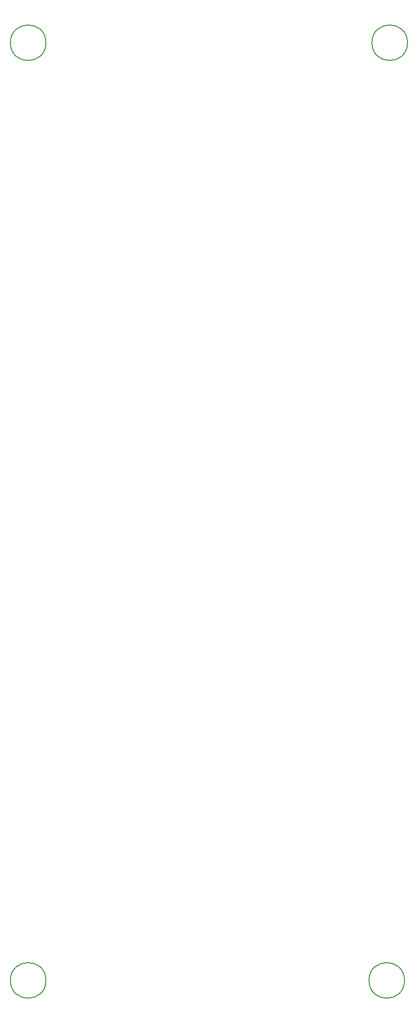
<source format=gbr>
%TF.GenerationSoftware,KiCad,Pcbnew,(6.0.8)*%
%TF.CreationDate,2022-11-02T23:41:58+01:00*%
%TF.ProjectId,crane,6372616e-652e-46b6-9963-61645f706362,rev?*%
%TF.SameCoordinates,Original*%
%TF.FileFunction,Other,Comment*%
%FSLAX46Y46*%
G04 Gerber Fmt 4.6, Leading zero omitted, Abs format (unit mm)*
G04 Created by KiCad (PCBNEW (6.0.8)) date 2022-11-02 23:41:58*
%MOMM*%
%LPD*%
G01*
G04 APERTURE LIST*
%ADD10C,0.150000*%
G04 APERTURE END LIST*
D10*
%TO.C,H2*%
X183000000Y-250000000D02*
G75*
G03*
X183000000Y-250000000I-3000000J0D01*
G01*
%TO.C,H3*%
X122500000Y-250000000D02*
G75*
G03*
X122500000Y-250000000I-3000000J0D01*
G01*
%TO.C,H4*%
X183500000Y-92000000D02*
G75*
G03*
X183500000Y-92000000I-3000000J0D01*
G01*
%TO.C,H1*%
X122500000Y-92000000D02*
G75*
G03*
X122500000Y-92000000I-3000000J0D01*
G01*
%TD*%
M02*

</source>
